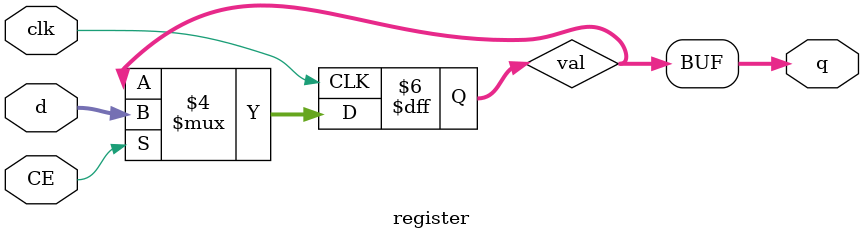
<source format=v>
`timescale 1ns / 1ps

module register #
(
    parameter N=2
)
(
    input clk,
    input CE,
    input [N-1:0]d,
    output[N-1:0]q
);
reg [N-1:0]val= 0;

always @(posedge clk)
begin
    if(CE) begin val<=d; end
    else val<=val;
end
assign q=val;
endmodule

</source>
